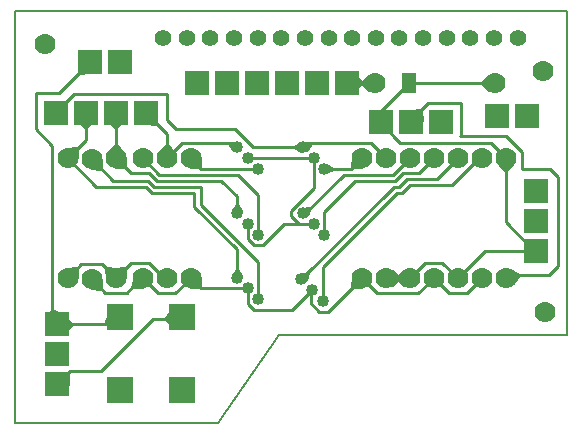
<source format=gbr>
G04 PROTEUS GERBER X2 FILE*
%TF.GenerationSoftware,Labcenter,Proteus,8.5-SP0-Build22067*%
%TF.CreationDate,2017-11-28T10:59:28+00:00*%
%TF.FileFunction,Copper,L1,Top*%
%TF.FilePolarity,Positive*%
%TF.Part,Single*%
%FSLAX45Y45*%
%MOMM*%
G01*
%TA.AperFunction,Conductor*%
%ADD10C,0.254000*%
%TA.AperFunction,ComponentPad*%
%ADD11C,1.778000*%
%ADD12R,2.032000X2.032000*%
%ADD13C,1.016000*%
%ADD14R,2.286000X2.286000*%
%TA.AperFunction,SMDPad,CuDef*%
%ADD15R,1.143000X1.803400*%
%TA.AperFunction,WasherPad*%
%ADD16C,1.397000*%
%TA.AperFunction,Profile*%
%ADD17C,0.203200*%
G36*
X+4152900Y+1498600D02*
X+4096104Y+1447801D01*
X+4152900Y+1384300D01*
X+4209696Y+1447800D01*
X+4152900Y+1498600D01*
G37*
G36*
X+4152900Y+482600D02*
X+4215265Y+438817D01*
X+4264216Y+508543D01*
X+4189482Y+549444D01*
X+4152900Y+482600D01*
G37*
G36*
X+3352800Y+1803400D02*
X+3441418Y+1810465D01*
X+3434211Y+1900875D01*
X+3343964Y+1891859D01*
X+3352800Y+1803400D01*
G37*
G36*
X+2806700Y+2133600D02*
X+2868929Y+2070113D01*
X+2933700Y+2133600D01*
X+2868929Y+2197087D01*
X+2806700Y+2133600D01*
G37*
G36*
X+342900Y+1879600D02*
X+431793Y+1880697D01*
X+430674Y+1971387D01*
X+340025Y+1968453D01*
X+342900Y+1879600D01*
G37*
G36*
X+596900Y+1879600D02*
X+533413Y+1817371D01*
X+596900Y+1752600D01*
X+660387Y+1817371D01*
X+596900Y+1879600D01*
G37*
G36*
X+850900Y+1879600D02*
X+787413Y+1817371D01*
X+850899Y+1752600D01*
X+914386Y+1817370D01*
X+850900Y+1879600D01*
G37*
G36*
X+1104900Y+1879600D02*
X+1104011Y+1790705D01*
X+1194702Y+1789798D01*
X+1193795Y+1880489D01*
X+1104900Y+1879600D01*
G37*
G36*
X+1878698Y+1588402D02*
X+1878147Y+1626498D01*
X+1812162Y+1625542D01*
X+1845982Y+1568877D01*
X+1878698Y+1588402D01*
G37*
G36*
X+1878697Y+1029602D02*
X+1911692Y+1048652D01*
X+1878697Y+1105802D01*
X+1845702Y+1048651D01*
X+1878697Y+1029602D01*
G37*
G36*
X+1878697Y+483502D02*
X+1911692Y+502552D01*
X+1878697Y+559702D01*
X+1845702Y+502551D01*
X+1878697Y+483502D01*
G37*
G36*
X+2437497Y+1588402D02*
X+2418447Y+1621397D01*
X+2361297Y+1588402D01*
X+2418447Y+1555407D01*
X+2437497Y+1588402D01*
G37*
G36*
X+2437497Y+1588402D02*
X+2470307Y+1569035D01*
X+2503852Y+1625864D01*
X+2437864Y+1626500D01*
X+2437497Y+1588402D01*
G37*
G36*
X+2617102Y+1408797D02*
X+2636152Y+1375802D01*
X+2693302Y+1408797D01*
X+2636152Y+1441792D01*
X+2617102Y+1408797D01*
G37*
G36*
X+2437498Y+1029603D02*
X+2472512Y+1014585D01*
X+2498526Y+1075232D01*
X+2432998Y+1067436D01*
X+2437498Y+1029603D01*
G37*
G36*
X+2424798Y+470803D02*
X+2461599Y+460942D01*
X+2478679Y+524684D01*
X+2414937Y+507604D01*
X+2424798Y+470803D01*
G37*
G36*
X+1485900Y+1498600D02*
X+1481661Y+1422519D01*
X+1566722Y+1417778D01*
X+1561981Y+1502839D01*
X+1485900Y+1498600D01*
G37*
G36*
X+1485899Y+482600D02*
X+1481660Y+406519D01*
X+1566721Y+401778D01*
X+1561980Y+486839D01*
X+1485899Y+482600D01*
G37*
G36*
X+1282700Y+1498600D02*
X+1339496Y+1549400D01*
X+1282700Y+1612900D01*
X+1225904Y+1549399D01*
X+1282700Y+1498600D01*
G37*
G36*
X+1079500Y+482600D02*
X+1003718Y+490569D01*
X+994808Y+405842D01*
X+1080000Y+406402D01*
X+1079500Y+482600D01*
G37*
G36*
X+850899Y+1498600D02*
X+846660Y+1422519D01*
X+931721Y+1417778D01*
X+926980Y+1502839D01*
X+850899Y+1498600D01*
G37*
G36*
X+850899Y+1498600D02*
X+907695Y+1549400D01*
X+850899Y+1612900D01*
X+794103Y+1549399D01*
X+850899Y+1498600D01*
G37*
G36*
X+850900Y+482600D02*
X+926981Y+478361D01*
X+931722Y+563422D01*
X+846661Y+558681D01*
X+850900Y+482600D01*
G37*
G36*
X+850900Y+482600D02*
X+855139Y+558681D01*
X+770078Y+563422D01*
X+774819Y+478361D01*
X+850900Y+482600D01*
G37*
G36*
X+647700Y+1485899D02*
X+643461Y+1409818D01*
X+728522Y+1405077D01*
X+723781Y+1490138D01*
X+647700Y+1485899D01*
G37*
G36*
X+647701Y+469899D02*
X+643462Y+393818D01*
X+728523Y+389077D01*
X+723782Y+474138D01*
X+647701Y+469899D01*
G37*
G36*
X+444500Y+1498598D02*
X+520581Y+1494359D01*
X+525322Y+1579420D01*
X+440261Y+1574679D01*
X+444500Y+1498598D01*
G37*
G36*
X+444500Y+482598D02*
X+520581Y+478359D01*
X+525322Y+563420D01*
X+440261Y+558679D01*
X+444500Y+482598D01*
G37*
G36*
X+2933700Y+1498600D02*
X+2857619Y+1502839D01*
X+2852878Y+1417778D01*
X+2937939Y+1422519D01*
X+2933700Y+1498600D01*
G37*
G36*
X+2933700Y+482600D02*
X+2857619Y+486839D01*
X+2852878Y+401778D01*
X+2937939Y+406519D01*
X+2933700Y+482600D01*
G37*
G36*
X+3136900Y+482600D02*
X+3187700Y+425804D01*
X+3251200Y+482600D01*
X+3187700Y+539396D01*
X+3136900Y+482600D01*
G37*
G36*
X+3340100Y+482600D02*
X+3289300Y+539396D01*
X+3225800Y+482600D01*
X+3289300Y+425804D01*
X+3340100Y+482600D01*
G37*
G36*
X+1409700Y+150100D02*
X+1328427Y+211068D01*
X+1270889Y+134369D01*
X+1344132Y+72490D01*
X+1409700Y+150100D01*
G37*
G36*
X+889000Y+150100D02*
X+792029Y+180415D01*
X+763419Y+88900D01*
X+853126Y+55045D01*
X+889000Y+150100D01*
G37*
G36*
X+635000Y+2311400D02*
X+546105Y+2312289D01*
X+545198Y+2221598D01*
X+635889Y+2222505D01*
X+635000Y+2311400D01*
G37*
G36*
X+355600Y+88900D02*
X+417829Y+25413D01*
X+482600Y+88900D01*
X+417829Y+152387D01*
X+355600Y+88900D01*
G37*
G36*
X+355600Y+88900D02*
X+395922Y+168129D01*
X+315093Y+209266D01*
X+275581Y+127630D01*
X+355600Y+88900D01*
G37*
G36*
X+355600Y-419100D02*
X+444495Y-419989D01*
X+445402Y-329298D01*
X+354711Y-330205D01*
X+355600Y-419100D01*
G37*
G36*
X+3048000Y+2133600D02*
X+2997200Y+2190396D01*
X+2933700Y+2133600D01*
X+2997200Y+2076804D01*
X+3048000Y+2133600D01*
G37*
G36*
X+4064000Y+2133600D02*
X+4013200Y+2190396D01*
X+3949700Y+2133600D01*
X+4013200Y+2076804D01*
X+4064000Y+2133600D01*
G37*
D10*
X+1485900Y+1498600D02*
X+1575703Y+1408797D01*
X+2058303Y+1408797D01*
X+444500Y+482598D02*
X+558802Y+596900D01*
X+736600Y+596900D01*
X+850900Y+482600D01*
X+977820Y+609520D01*
X+1132194Y+609520D01*
X+1257300Y+484414D01*
X+1257300Y+482600D01*
X+1282700Y+482600D01*
X+1282700Y+1498600D02*
X+1409642Y+1625542D01*
X+1841558Y+1625542D01*
X+1878698Y+1588402D01*
X+1079500Y+1498600D02*
X+1222427Y+1355673D01*
X+1890066Y+1355673D01*
X+2057400Y+1188339D01*
X+2057400Y+850899D01*
X+2058302Y+849997D01*
X+850899Y+1498600D02*
X+977891Y+1371608D01*
X+1134728Y+1371608D01*
X+1201511Y+1304825D01*
X+1746485Y+1304825D01*
X+1875587Y+1175723D01*
X+1878697Y+1172613D01*
X+1878697Y+1029602D01*
X+647700Y+1485899D02*
X+827462Y+1306137D01*
X+1128337Y+1306137D01*
X+1180449Y+1254025D01*
X+1574800Y+1254025D01*
X+1574800Y+1099279D01*
X+2057063Y+617016D01*
X+2057063Y+406737D01*
X+2057400Y+406400D01*
X+2057400Y+304799D01*
X+2058302Y+303897D01*
X+444500Y+1498598D02*
X+687760Y+1255338D01*
X+1096403Y+1255338D01*
X+1107290Y+1255338D01*
X+1159411Y+1203217D01*
X+1517831Y+1203217D01*
X+1517831Y+1084430D01*
X+1878697Y+723564D01*
X+1878697Y+483502D01*
X+2933700Y+1498600D02*
X+2843897Y+1408797D01*
X+2617102Y+1408797D01*
X+3136900Y+1498600D02*
X+3009636Y+1625864D01*
X+2474959Y+1625864D01*
X+2437497Y+1588402D01*
X+3340100Y+1498600D02*
X+3199506Y+1358006D01*
X+2781300Y+1358006D01*
X+2452897Y+1029603D01*
X+2437498Y+1029603D01*
X+3543300Y+1498600D02*
X+3416090Y+1371390D01*
X+3284690Y+1371390D01*
X+3220542Y+1307242D01*
X+2881582Y+1307242D01*
X+2617103Y+1042763D01*
X+2617103Y+849998D01*
X+2424798Y+470803D02*
X+3210440Y+1256445D01*
X+3252212Y+1256445D01*
X+3316329Y+1320562D01*
X+3568462Y+1320562D01*
X+3746500Y+1498600D01*
X+2604403Y+291198D02*
X+2604403Y+578564D01*
X+3231279Y+1205440D01*
X+3275570Y+1205440D01*
X+3339849Y+1269719D01*
X+3697203Y+1269719D01*
X+3926084Y+1498600D01*
X+3949700Y+1498600D01*
X+647701Y+469899D02*
X+762000Y+355600D01*
X+944172Y+355600D01*
X+990600Y+402028D01*
X+1079500Y+482600D01*
X+1210485Y+351615D01*
X+1354914Y+351615D01*
X+1485899Y+482600D01*
X+1574799Y+393700D01*
X+1948605Y+393700D01*
X+1953557Y+398652D01*
X+1968500Y+393700D01*
X+2501900Y+368300D02*
X+2501900Y+267417D01*
X+2574031Y+195286D01*
X+2646386Y+195286D01*
X+2933700Y+482600D01*
X+1968500Y+393700D02*
X+1968500Y+265426D01*
X+2019963Y+213963D01*
X+2347563Y+213963D01*
X+2501900Y+368300D01*
X+2514600Y+381000D01*
X+2933700Y+482600D02*
X+3063301Y+352999D01*
X+3413699Y+352999D01*
X+3543300Y+482600D01*
X+3670273Y+355627D01*
X+3822727Y+355627D01*
X+3949700Y+482600D01*
X+3746500Y+482600D02*
X+3616536Y+612564D01*
X+3470064Y+612564D01*
X+3340100Y+482600D01*
X+3136900Y+482600D01*
X+1968500Y+1498600D02*
X+2527300Y+1498600D01*
X+2527300Y+939800D02*
X+2401616Y+939800D01*
X+2273820Y+939800D01*
X+2095209Y+761189D01*
X+2021491Y+761189D01*
X+1968500Y+814180D01*
X+1968500Y+939800D01*
X+2527300Y+1498600D02*
X+2527300Y+1247792D01*
X+2332844Y+1053336D01*
X+2332844Y+1045008D01*
X+2332844Y+1008572D01*
X+2401616Y+939800D01*
X+850899Y+1498600D02*
X+850899Y+1879599D01*
X+850900Y+1879600D01*
X+1282700Y+1498600D02*
X+1282700Y+1701800D01*
X+1104900Y+1879600D01*
X+444500Y+1498598D02*
X+596900Y+1650998D01*
X+596900Y+1879600D01*
X+2437497Y+1588402D02*
X+2016220Y+1588402D01*
X+1864722Y+1739900D01*
X+1358900Y+1739900D01*
X+1282444Y+1816356D01*
X+1282444Y+2041374D01*
X+500661Y+2041374D01*
X+363449Y+1904162D01*
X+363449Y+1888208D01*
X+342900Y+1879600D01*
X+3352800Y+1803400D02*
X+3352800Y+1819464D01*
X+3497493Y+1964157D01*
X+3774289Y+1964157D01*
X+3774289Y+1684107D01*
X+3771032Y+1680850D01*
X+4158545Y+1680850D01*
X+4292058Y+1547337D01*
X+4292058Y+1404055D01*
X+4529777Y+1404055D01*
X+4594904Y+1338928D01*
X+4594904Y+586697D01*
X+4516750Y+508543D01*
X+4178843Y+508543D01*
X+4152900Y+482600D01*
X+4152900Y+1498600D02*
X+4152900Y+952500D01*
X+4394200Y+711200D01*
X+4406900Y+711200D01*
X+3746500Y+482600D02*
X+3975100Y+711200D01*
X+4394200Y+711200D01*
X+355600Y+88900D02*
X+800100Y+88900D01*
X+812800Y+101600D01*
X+889000Y+150100D01*
X+355600Y-419100D02*
X+468750Y-305950D01*
X+729676Y-305950D01*
X+1169995Y+134369D01*
X+1287780Y+134369D01*
X+1409700Y+150100D01*
X+635000Y+2311400D02*
X+368300Y+2044700D01*
X+177800Y+2044700D01*
X+177800Y+1739901D01*
X+315093Y+1602608D01*
X+315093Y+129407D01*
X+355600Y+88900D01*
X+3098800Y+1813038D02*
X+3208920Y+1678929D01*
X+3262268Y+1625581D01*
X+4025919Y+1625581D01*
X+4152900Y+1498600D01*
X+3048000Y+2133600D02*
X+2806700Y+2133600D01*
X+3098800Y+1803400D02*
X+3098800Y+1813038D01*
X+3098800Y+1894400D01*
X+3338000Y+2133600D01*
X+4064000Y+2133600D01*
X+4152900Y+1498600D02*
X+4096104Y+1447801D01*
X+4152900Y+1384300D01*
X+4209696Y+1447800D01*
X+4152900Y+1498600D01*
X+4152900Y+482600D02*
X+4215265Y+438817D01*
X+4264216Y+508543D01*
X+4189482Y+549444D01*
X+4152900Y+482600D01*
X+3352800Y+1803400D02*
X+3441418Y+1810465D01*
X+3434211Y+1900875D01*
X+3343964Y+1891859D01*
X+3352800Y+1803400D01*
X+2806700Y+2133600D02*
X+2868929Y+2070113D01*
X+2933700Y+2133600D01*
X+2868929Y+2197087D01*
X+2806700Y+2133600D01*
X+342900Y+1879600D02*
X+431793Y+1880697D01*
X+430674Y+1971387D01*
X+340025Y+1968453D01*
X+342900Y+1879600D01*
X+596900Y+1879600D02*
X+533413Y+1817371D01*
X+596900Y+1752600D01*
X+660387Y+1817371D01*
X+596900Y+1879600D01*
X+850900Y+1879600D02*
X+787413Y+1817371D01*
X+850899Y+1752600D01*
X+914386Y+1817370D01*
X+850900Y+1879600D01*
X+1104900Y+1879600D02*
X+1104011Y+1790705D01*
X+1194702Y+1789798D01*
X+1193795Y+1880489D01*
X+1104900Y+1879600D01*
X+1878698Y+1588402D02*
X+1878147Y+1626498D01*
X+1812162Y+1625542D01*
X+1845982Y+1568877D01*
X+1878698Y+1588402D01*
X+1878697Y+1029602D02*
X+1911692Y+1048652D01*
X+1878697Y+1105802D01*
X+1845702Y+1048651D01*
X+1878697Y+1029602D01*
X+1878697Y+483502D02*
X+1911692Y+502552D01*
X+1878697Y+559702D01*
X+1845702Y+502551D01*
X+1878697Y+483502D01*
X+2437497Y+1588402D02*
X+2418447Y+1621397D01*
X+2361297Y+1588402D01*
X+2418447Y+1555407D01*
X+2437497Y+1588402D01*
X+2470307Y+1569035D01*
X+2503852Y+1625864D01*
X+2437864Y+1626500D01*
X+2437497Y+1588402D01*
X+2617102Y+1408797D02*
X+2636152Y+1375802D01*
X+2693302Y+1408797D01*
X+2636152Y+1441792D01*
X+2617102Y+1408797D01*
X+2437498Y+1029603D02*
X+2472512Y+1014585D01*
X+2498526Y+1075232D01*
X+2432998Y+1067436D01*
X+2437498Y+1029603D01*
X+2424798Y+470803D02*
X+2461599Y+460942D01*
X+2478679Y+524684D01*
X+2414937Y+507604D01*
X+2424798Y+470803D01*
X+1485900Y+1498600D02*
X+1481661Y+1422519D01*
X+1566722Y+1417778D01*
X+1561981Y+1502839D01*
X+1485900Y+1498600D01*
X+1485899Y+482600D02*
X+1481660Y+406519D01*
X+1566721Y+401778D01*
X+1561980Y+486839D01*
X+1485899Y+482600D01*
X+1282700Y+1498600D02*
X+1339496Y+1549400D01*
X+1282700Y+1612900D01*
X+1225904Y+1549399D01*
X+1282700Y+1498600D01*
X+1079500Y+482600D02*
X+1003718Y+490569D01*
X+994808Y+405842D01*
X+1080000Y+406402D01*
X+1079500Y+482600D01*
X+850899Y+1498600D02*
X+846660Y+1422519D01*
X+931721Y+1417778D01*
X+926980Y+1502839D01*
X+850899Y+1498600D01*
X+907695Y+1549400D01*
X+850899Y+1612900D01*
X+794103Y+1549399D01*
X+850899Y+1498600D01*
X+850900Y+482600D02*
X+926981Y+478361D01*
X+931722Y+563422D01*
X+846661Y+558681D01*
X+850900Y+482600D01*
X+855139Y+558681D01*
X+770078Y+563422D01*
X+774819Y+478361D01*
X+850900Y+482600D01*
X+647700Y+1485899D02*
X+643461Y+1409818D01*
X+728522Y+1405077D01*
X+723781Y+1490138D01*
X+647700Y+1485899D01*
X+647701Y+469899D02*
X+643462Y+393818D01*
X+728523Y+389077D01*
X+723782Y+474138D01*
X+647701Y+469899D01*
X+444500Y+1498598D02*
X+520581Y+1494359D01*
X+525322Y+1579420D01*
X+440261Y+1574679D01*
X+444500Y+1498598D01*
X+444500Y+482598D02*
X+520581Y+478359D01*
X+525322Y+563420D01*
X+440261Y+558679D01*
X+444500Y+482598D01*
X+2933700Y+1498600D02*
X+2857619Y+1502839D01*
X+2852878Y+1417778D01*
X+2937939Y+1422519D01*
X+2933700Y+1498600D01*
X+2933700Y+482600D02*
X+2857619Y+486839D01*
X+2852878Y+401778D01*
X+2937939Y+406519D01*
X+2933700Y+482600D01*
X+3136900Y+482600D02*
X+3187700Y+425804D01*
X+3251200Y+482600D01*
X+3187700Y+539396D01*
X+3136900Y+482600D01*
X+3340100Y+482600D02*
X+3289300Y+539396D01*
X+3225800Y+482600D01*
X+3289300Y+425804D01*
X+3340100Y+482600D01*
X+1409700Y+150100D02*
X+1328427Y+211068D01*
X+1270889Y+134369D01*
X+1344132Y+72490D01*
X+1409700Y+150100D01*
X+889000Y+150100D02*
X+792029Y+180415D01*
X+763419Y+88900D01*
X+853126Y+55045D01*
X+889000Y+150100D01*
X+635000Y+2311400D02*
X+546105Y+2312289D01*
X+545198Y+2221598D01*
X+635889Y+2222505D01*
X+635000Y+2311400D01*
X+355600Y+88900D02*
X+417829Y+25413D01*
X+482600Y+88900D01*
X+417829Y+152387D01*
X+355600Y+88900D01*
X+395922Y+168129D01*
X+315093Y+209266D01*
X+275581Y+127630D01*
X+355600Y+88900D01*
X+355600Y-419100D02*
X+444495Y-419989D01*
X+445402Y-329298D01*
X+354711Y-330205D01*
X+355600Y-419100D01*
X+3048000Y+2133600D02*
X+2997200Y+2190396D01*
X+2933700Y+2133600D01*
X+2997200Y+2076804D01*
X+3048000Y+2133600D01*
X+4064000Y+2133600D02*
X+4013200Y+2190396D01*
X+3949700Y+2133600D01*
X+4013200Y+2076804D01*
X+4064000Y+2133600D01*
D11*
X+4152900Y+1498600D03*
X+4152900Y+482600D03*
D12*
X+3098800Y+1803400D03*
X+3352800Y+1803400D03*
X+3606800Y+1803400D03*
X+1536700Y+2133600D03*
X+1790700Y+2133600D03*
X+2044700Y+2133600D03*
X+2298700Y+2133600D03*
X+2552700Y+2133600D03*
X+2806700Y+2133600D03*
X+342900Y+1879600D03*
X+596900Y+1879600D03*
X+850900Y+1879600D03*
X+1104900Y+1879600D03*
D13*
X+1878698Y+1588402D03*
X+1968500Y+1498600D03*
X+2058303Y+1408797D03*
X+1878697Y+1029602D03*
X+1968500Y+939800D03*
X+2058302Y+849997D03*
X+1878697Y+483502D03*
X+1968500Y+393700D03*
X+2058302Y+303897D03*
X+2437497Y+1588402D03*
X+2527300Y+1498600D03*
X+2617102Y+1408797D03*
X+2437498Y+1029603D03*
X+2527300Y+939800D03*
X+2617103Y+849998D03*
X+2424798Y+470803D03*
X+2514600Y+381000D03*
X+2604403Y+291198D03*
D11*
X+1485900Y+1498600D03*
X+1485899Y+482600D03*
X+1282700Y+1498600D03*
X+1282700Y+482600D03*
X+1079500Y+1498600D03*
X+1079500Y+482600D03*
X+850899Y+1498600D03*
X+850900Y+482600D03*
X+647700Y+1485899D03*
X+647701Y+469899D03*
X+444500Y+1498598D03*
X+444500Y+482598D03*
X+2933700Y+1498600D03*
X+2933700Y+482600D03*
X+3136900Y+1498600D03*
X+3136900Y+482600D03*
X+3543300Y+1498600D03*
X+3543300Y+482600D03*
X+3340100Y+1498600D03*
X+3340100Y+482600D03*
X+3949700Y+1498600D03*
X+3949700Y+482600D03*
X+3746500Y+1498600D03*
X+3746500Y+482600D03*
D12*
X+4406900Y+711200D03*
X+4406900Y+965200D03*
X+4406900Y+1219200D03*
D14*
X+1409700Y-469900D03*
X+1409700Y+150100D03*
X+889000Y-469900D03*
X+889000Y+150100D03*
D12*
X+889000Y+2311400D03*
X+635000Y+2311400D03*
X+355600Y+88900D03*
X+355600Y-165100D03*
X+355600Y-419100D03*
X+4076700Y+1854199D03*
X+4330700Y+1854199D03*
D11*
X+3048000Y+2133600D03*
D15*
X+3338000Y+2133600D03*
D11*
X+4064000Y+2133600D03*
D16*
X+1254300Y+2514600D03*
X+1454300Y+2514600D03*
X+1654300Y+2514600D03*
X+1854300Y+2514600D03*
X+2054300Y+2514600D03*
X+2254300Y+2514600D03*
X+2454300Y+2514600D03*
X+2654300Y+2514600D03*
X+2854300Y+2514600D03*
X+3054300Y+2514600D03*
X+3254300Y+2514600D03*
X+3454300Y+2514600D03*
X+3654300Y+2514600D03*
X+3854300Y+2514600D03*
X+4054300Y+2514600D03*
X+4254300Y+2514600D03*
D11*
X+254000Y+2463800D03*
X+4483100Y+190500D03*
X+4470400Y+2235200D03*
D17*
X+0Y-749300D02*
X+1714500Y-749300D01*
X+2235200Y+0D01*
X+4673600Y+0D01*
X+0Y-749300D02*
X+0Y+2743200D01*
X+4673600Y+2743200D01*
X+4673600Y+0D02*
X+4673600Y+2743200D01*
M02*

</source>
